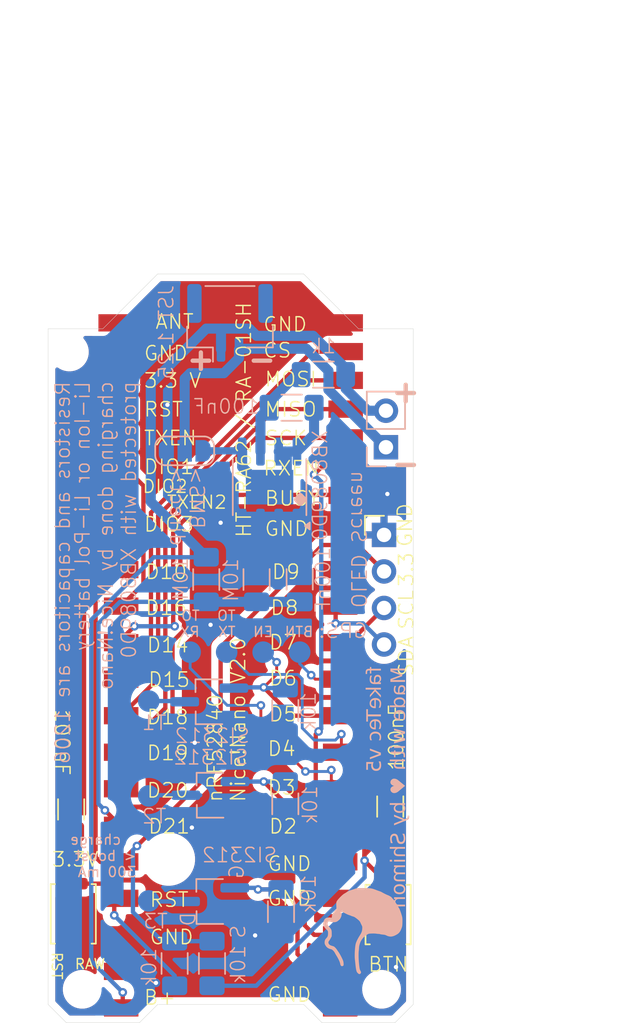
<source format=kicad_pcb>
(kicad_pcb (version 20241229) (generator "pcbnew") (generator_version "9.0")
  (layers (0 "F.Cu" signal) (2 "B.Cu" signal) (13 "F.Paste" user) (15 "B.Paste" user) (5 "F.SilkS" user "F.Silkscreen") (7 "B.SilkS" user "B.Silkscreen") (1 "F.Mask" user) (3 "B.Mask" user) (25 "Edge.Cuts" user))
  (net 0 "")
  (net 1 "/Batt%")
  (net 2 "GND")
  (net 3 "-BATT")
  (net 4 "Net-(U1-VDD)")
  (net 5 "/DIO1")
  (net 6 "/MOSI")
  (net 7 "+BATT")
  (net 8 "/MISO")
  (net 9 "/RST")
  (net 11 "/SCK")
  (net 12 "/CS")
  (net 13 "/BUSY")
  (net 14 "+3.3V")
  (net 15 "/RST_BTN")
  (net 16 "/SCL")
  (net 17 "Net-(J14-Pin_4)")
  (net 18 "/T1G")
  (net 20 "/BTN")
  (net 21 "/T2G")
  (net 22 "/RXEN")
  (net 24 "Net-(J14-Pin_3)")
  (net 25 "/T3G")
  (net 26 "/SDA")
  (net 28 "Net-(J3-Pin_5)")
  (net 31 "Net-(JP1-A)")
  (net 32 "Net-(J6-Pin_1)")
  (net 33 "Net-(J7-Pin_1)")
  (net 34 "Net-(J8-Pin_1)")
  (footprint "MountingHole:MountingHole_3.2mm_M3" (layer "F.Cu") (at 99.377 127.9)
    (property "Reference" "REF**" (hide yes))
    (property "Value" "MountingHole_3.2mm_M3")
    (pad "" np_thru_hole circle (at 0 0) (size 3.2 3.2) (drill 3.2) (layers "*.Cu" "*.Mask"))
  )
  (footprint "SMD_PAD:SMD_Pad_Row_P2.54_13x1" (layer "F.Cu") (at 96.07998 107.76001)
    (property "Reference" "J1" (hide yes))
    (property "Value" "Nice!nano - left pins")
    (pad "1" smd rect (at 0 0) (size 2.4 1.2) (layers "F.Cu" "F.Mask" "F.Paste") (net 9 "/RST"))
    (pad "2" smd rect (at 0 2.54) (size 2.4 1.2) (layers "F.Cu" "F.Mask" "F.Paste") (net 5 "/DIO1"))
    (pad "3" smd roundrect (at 0 5.08) (size 2.4 1.2) (layers "F.Cu" "F.Mask" "F.Paste") (roundrect_rratio 0) (net 11 "/SCK"))
    (pad "4" smd roundrect (at 0 7.62) (size 2.4 1.2) (layers "F.Cu" "F.Mask" "F.Paste") (roundrect_rratio 0) (net 12 "/CS"))
    (pad "5" smd roundrect (at 0 10.16) (size 2.4 1.2) (layers "F.Cu" "F.Mask" "F.Paste") (roundrect_rratio 0) (net 6 "/MOSI"))
    (pad "6" smd roundrect (at 0 12.7) (size 2.4 1.2) (layers "F.Cu" "F.Mask" "F.Paste") (roundrect_rratio 0) (net 8 "/MISO"))
    (pad "7" smd roundrect (at 0 15.24) (size 2.4 1.2) (layers "F.Cu" "F.Mask" "F.Paste") (roundrect_rratio 0) (net 13 "/BUSY"))
    (pad "8" smd roundrect (at 0 17.78) (size 2.4 1.2) (layers "F.Cu" "F.Mask" "F.Paste") (roundrect_rratio 0) (net 1 "/Batt%"))
    (pad "9" smd roundrect (at 0 20.32) (size 2.4 1.2) (layers "F.Cu" "F.Mask" "F.Paste") (roundrect_rratio 0) (net 14 "+3.3V"))
    (pad "10" smd roundrect (at 0 22.86) (size 2.4 1.2) (layers "F.Cu" "F.Mask" "F.Paste") (roundrect_rratio 0) (net 15 "/RST_BTN"))
    (pad "11" smd roundrect (at 0 25.4) (size 2.4 1.2) (layers "F.Cu" "F.Mask" "F.Paste") (roundrect_rratio 0) (net 2 "GND"))
    (pad "12" smd roundrect (at 0 27.94) (size 2.4 1.2) (layers "F.Cu" "F.Mask" "F.Paste") (roundrect_rratio 0))
    (pad "13" smd roundrect (at 0 30.48) (size 2.4 1.2) (layers "F.Cu" "F.Mask" "F.Paste") (roundrect_rratio 0) (net 7 "+BATT"))
  )
  (footprint "" (layer "F.Cu") (at 93.36899 136.94702)
    (property "Reference" "" (at 0 0 0) (layer "F.SilkS") (effects (font (size 1.27 1.27))))
    (property "Value" "")
    (pad "" np_thru_hole circle (at 0 0) (size 2.2 2.2) (drill 2.2) (layers "*.Cu" "*.Mask"))
  )
  (footprint "Connector_PinHeader_2.54mm:PinHeader_1x04_P2.54mm_Vertical" (layer "F.Cu") (at 114.36798 105.34701)
    (property "Reference" "J5" (hide yes))
    (property "Value" "I2C Oled screen")
    (pad "1" thru_hole rect (at 0 0) (size 1.7 1.7) (drill 1) (layers "*.Cu" "*.Mask") (net 2 "GND"))
    (pad "2" thru_hole oval (at 0 2.54) (size 1.7 1.7) (drill 1) (layers "*.Cu" "*.Mask") (net 14 "+3.3V"))
    (pad "3" thru_hole oval (at 0 5.08) (size 1.7 1.7) (drill 1) (layers "*.Cu" "*.Mask") (net 16 "/SCL"))
    (pad "4" thru_hole oval (at 0 7.62) (size 1.7 1.7) (drill 1) (layers "*.Cu" "*.Mask") (net 26 "/SDA"))
  )
  (footprint "SMD_PAD:SMD_Pad_Row_P2.54_13x1" (layer "F.Cu") (at 111.31667 107.76001)
    (property "Reference" "J2" (hide yes))
    (property "Value" "Nice!nano - right pins")
    (pad "1" smd rect (at 0 0) (size 2.4 1.2) (layers "F.Cu" "F.Mask" "F.Paste"))
    (pad "2" smd rect (at 0 2.54) (size 2.4 1.2) (layers "F.Cu" "F.Mask" "F.Paste") (net 26 "/SDA"))
    (pad "3" smd roundrect (at 0 5.08) (size 2.4 1.2) (layers "F.Cu" "F.Mask" "F.Paste") (roundrect_rratio 0) (net 16 "/SCL"))
    (pad "4" smd roundrect (at 0 7.62) (size 2.4 1.2) (layers "F.Cu" "F.Mask" "F.Paste") (roundrect_rratio 0) (net 20 "/BTN"))
    (pad "5" smd roundrect (at 0 10.16) (size 2.4 1.2) (layers "F.Cu" "F.Mask" "F.Paste") (roundrect_rratio 0) (net 18 "/T1G"))
    (pad "6" smd roundrect (at 0 12.7) (size 2.4 1.2) (layers "F.Cu" "F.Mask" "F.Paste") (roundrect_rratio 0) (net 24 "Net-(J14-Pin_3)"))
    (pad "7" smd roundrect (at 0 15.24) (size 2.4 1.2) (layers "F.Cu" "F.Mask" "F.Paste") (roundrect_rratio 0) (net 17 "Net-(J14-Pin_4)"))
    (pad "8" smd roundrect (at 0 17.78) (size 2.4 1.2) (layers "F.Cu" "F.Mask" "F.Paste") (roundrect_rratio 0) (net 22 "/RXEN"))
    (pad "9" smd roundrect (at 0 20.32) (size 2.4 1.2) (layers "F.Cu" "F.Mask" "F.Paste") (roundrect_rratio 0))
    (pad "10" smd roundrect (at 0 22.86) (size 2.4 1.2) (layers "F.Cu" "F.Mask" "F.Paste") (roundrect_rratio 0))
    (pad "11" smd roundrect (at 0 25.4) (size 2.4 1.2) (layers "F.Cu" "F.Mask" "F.Paste") (roundrect_rratio 0) (net 21 "/T2G"))
    (pad "12" smd roundrect (at 0 27.94) (size 2.4 1.2) (layers "F.Cu" "F.Mask" "F.Paste") (roundrect_rratio 0) (net 25 "/T3G"))
    (pad "13" smd roundrect (at 0 30.48) (size 2.4 1.2) (layers "F.Cu" "F.Mask" "F.Paste") (roundrect_rratio 0) (net 2 "GND"))
  )
  (footprint "SMD_PAD:SMD_Pad_Row_P2.00_8x1_longer" (layer "F.Cu") (at 95.7 90.6)
    (property "Reference" "J3" (hide yes))
    (property "Value" "Lora - left pins")
    (pad "1" smd rect (at 0.5 0) (size 3.4 1.2) (layers "F.Cu" "F.Mask" "F.Paste"))
    (pad "2" smd rect (at 0 2) (size 2.4 1.2) (layers "F.Cu" "F.Mask" "F.Paste") (net 2 "GND"))
    (pad "3" smd rect (at 0 4) (size 2.4 1.2) (layers "F.Cu" "F.Mask" "F.Paste") (net 14 "+3.3V"))
    (pad "4" smd rect (at 0 6) (size 2.4 1.2) (layers "F.Cu" "F.Mask" "F.Paste") (net 9 "/RST"))
    (pad "5" smd rect (at 0 8) (size 2.4 1.2) (layers "F.Cu" "F.Mask" "F.Paste") (net 28 "Net-(J3-Pin_5)"))
    (pad "6" smd rect (at 0 10) (size 2.4 1.2) (layers "F.Cu" "F.Mask" "F.Paste") (net 5 "/DIO1"))
    (pad "7" smd rect (at 0 12) (size 2.4 1.2) (layers "F.Cu" "F.Mask" "F.Paste") (net 28 "Net-(J3-Pin_5)"))
    (pad "8" smd rect (at 0 14) (size 2.4 1.2) (layers "F.Cu" "F.Mask" "F.Paste"))
  )
  (footprint "Button_Switch_SMD:SW_Push_SPST_NO_Alps_SKRK" (layer "F.Cu") (at 92.75 131.7 90)
    (property "Reference" "SW1" (hide yes))
    (property "Value" "Reset")
    (pad "1" smd roundrect (at -2.1 0 90) (size 0.8 2) (layers "F.Cu" "F.Mask" "F.Paste") (net 2 "GND"))
    (pad "2" smd roundrect (at 2.1 0 90) (size 0.8 2) (layers "F.Cu" "F.Mask" "F.Paste") (net 15 "/RST_BTN"))
  )
  (footprint "" (layer "F.Cu") (at 92.47999 92.62393)
    (property "Reference" "" (at 0 0 0) (layer "F.SilkS") (effects (font (size 1.27 1.27))))
    (property "Value" "")
    (pad "" np_thru_hole circle (at 0 0) (size 2.2 2.2) (drill 2.2) (layers "*.Cu" "*.Mask"))
  )
  (footprint "Button_Switch_SMD:SW_Push_SPST_NO_Alps_SKRK" (layer "F.Cu") (at 114.65 131.75 90)
    (property "Reference" "SW2" (hide yes))
    (property "Value" "SW_Push")
    (pad "1" smd roundrect (at -2.1 0 90) (size 0.8 2) (layers "F.Cu" "F.Mask" "F.Paste") (net 2 "GND"))
    (pad "2" smd roundrect (at 2.1 0 90) (size 0.8 2) (layers "F.Cu" "F.Mask" "F.Paste") (net 20 "/BTN"))
  )
  (footprint "Capacitor_SMD:C_1206_3216Metric_Pad1.33x1.80mm_HandSolder" (layer "F.Cu") (at 114.8 124.2375 -90)
    (property "Reference" "C4" (hide yes))
    (property "Value" "100nF")
    (pad "1" smd roundrect (at -1.5625 0 270) (size 1.325 1.8) (layers "F.Cu" "F.Mask" "F.Paste") (roundrect_rratio 0.188679) (net 2 "GND"))
    (pad "2" smd roundrect (at 1.5625 0 270) (size 1.325 1.8) (layers "F.Cu" "F.Mask" "F.Paste") (roundrect_rratio 0.188679) (net 20 "/BTN"))
  )
  (footprint "MountingHole:MountingHole_2.2mm_M2" (layer "F.Cu") (at 114.70503 92.62393)
    (property "Reference" "REF**" (hide yes))
    (property "Value" "MountingHole_2.2mm_M2")
    (pad "" np_thru_hole circle (at 0 0) (size 2.2 2.2) (drill 2.2) (layers "*.Cu" "*.Mask"))
  )
  (footprint "SMD_PAD:SMD_Pad_Row_P2.00_8x1" (layer "F.Cu") (at 111.7 90.6)
    (property "Reference" "J4" (hide yes))
    (property "Value" "Lora - right pins")
    (pad "1" smd rect (at 0 0) (size 2.4 1.2) (layers "F.Cu" "F.Mask" "F.Paste") (net 2 "GND"))
    (pad "2" smd rect (at 0 2) (size 2.4 1.2) (layers "F.Cu" "F.Mask" "F.Paste") (net 12 "/CS"))
    (pad "3" smd rect (at 0 4) (size 2.4 1.2) (layers "F.Cu" "F.Mask" "F.Paste") (net 6 "/MOSI"))
    (pad "4" smd rect (at 0 6) (size 2.4 1.2) (layers "F.Cu" "F.Mask" "F.Paste") (net 8 "/MISO"))
    (pad "5" smd rect (at 0 8) (size 2.4 1.2) (layers "F.Cu" "F.Mask" "F.Paste") (net 11 "/SCK"))
    (pad "6" smd rect (at 0 10) (size 2.4 1.2) (layers "F.Cu" "F.Mask" "F.Paste") (net 22 "/RXEN"))
    (pad "7" smd rect (at 0 12) (size 2.4 1.2) (layers "F.Cu" "F.Mask" "F.Paste") (net 13 "/BUSY"))
    (pad "8" smd rect (at 0 14) (size 2.4 1.2) (layers "F.Cu" "F.Mask" "F.Paste") (net 2 "GND"))
  )
  (footprint "Capacitor_SMD:C_1206_3216Metric_Pad1.33x1.80mm_HandSolder" (layer "F.Cu") (at 92.6 124.4375 90)
    (property "Reference" "C3" (hide yes))
    (property "Value" "100nF")
    (pad "1" smd roundrect (at -1.5625 0 90) (size 1.325 1.8) (layers "F.Cu" "F.Mask" "F.Paste") (roundrect_rratio 0.188679) (net 15 "/RST_BTN"))
    (pad "2" smd roundrect (at 1.5625 0 90) (size 1.325 1.8) (layers "F.Cu" "F.Mask" "F.Paste") (roundrect_rratio 0.188679) (net 2 "GND"))
  )
  (footprint "" (layer "F.Cu") (at 114.19703 136.94702)
    (property "Reference" "" (at 0 0 0) (layer "F.SilkS") (effects (font (size 1.27 1.27))))
    (property "Value" "")
    (pad "" np_thru_hole circle (at 0 0) (size 2.2 2.2) (drill 2.2) (layers "*.Cu" "*.Mask"))
  )
  (footprint "Resistor_SMD:R_1206_3216Metric_Pad1.30x1.75mm_HandSolder" (layer "B.Cu") (at 107.2 131.55 90)
    (property "Reference" "R3" (hide yes))
    (property "Value" "10k")
    (pad "1" smd roundrect (at -1.55 0 90) (size 1.3 1.75) (layers "B.Cu" "B.Mask" "B.Paste") (roundrect_rratio 0.192308) (net 2 "GND"))
    (pad "2" smd roundrect (at 1.55 0 90) (size 1.3 1.75) (layers "B.Cu" "B.Mask" "B.Paste") (roundrect_rratio 0.192308) (net 25 "/T3G"))
  )
  (footprint "Package_SO:SOIC-8-1EP_3.9x4.9mm_P1.27mm_EP2.41x3.3mm" (layer "B.Cu") (at 106.405 102.025 90)
    (property "Reference" "U1" (hide yes))
    (property "Value" "XB8089D0")
    (pad "1" smd roundrect (at -2.475 1.905 90) (size 1.95 0.6) (layers "B.Cu" "B.Mask" "B.Paste") (net 2 "GND"))
    (pad "2" smd roundrect (at -2.475 0.635 90) (size 1.95 0.6) (layers "B.Cu" "B.Mask" "B.Paste") (net 2 "GND"))
    (pad "3" smd roundrect (at -2.475 -0.635 90) (size 1.95 0.6) (layers "B.Cu" "B.Mask" "B.Paste") (net 2 "GND"))
    (pad "4" smd roundrect (at -2.475 -1.905 90) (size 1.95 0.6) (layers "B.Cu" "B.Mask" "B.Paste") (net 2 "GND"))
    (pad "5" smd roundrect (at 2.475 -1.905 90) (size 1.95 0.6) (layers "B.Cu" "B.Mask" "B.Paste") (net 31 "Net-(JP1-A)"))
    (pad "6" smd roundrect (at 2.475 -0.635 90) (size 1.95 0.6) (layers "B.Cu" "B.Mask" "B.Paste") (net 4 "Net-(U1-VDD)"))
    (pad "7" smd roundrect (at 2.475 0.635 90) (size 1.95 0.6) (layers "B.Cu" "B.Mask" "B.Paste") (net 31 "Net-(JP1-A)"))
    (pad "8" smd roundrect (at 2.475 1.905 90) (size 1.95 0.6) (layers "B.Cu" "B.Mask" "B.Paste") (net 31 "Net-(JP1-A)"))
    (pad "9" smd rect (at 0 0 90) (size 2.41 3.3) (property pad_prop_heatsink) (layers "B.Cu" "B.Mask") (net 31 "Net-(JP1-A)"))
  )
  (footprint "Capacitor_SMD:C_1206_3216Metric_Pad1.33x1.80mm_HandSolder" (layer "B.Cu") (at 107.9375 96.5 180)
    (property "Reference" "C2" (hide yes))
    (property "Value" "100nF")
    (pad "1" smd roundrect (at -1.5625 0 180) (size 1.325 1.8) (layers "B.Cu" "B.Mask" "B.Paste") (roundrect_rratio 0.188679) (net 31 "Net-(JP1-A)"))
    (pad "2" smd roundrect (at 1.5625 0 180) (size 1.325 1.8) (layers "B.Cu" "B.Mask" "B.Paste") (roundrect_rratio 0.188679) (net 4 "Net-(U1-VDD)"))
  )
  (footprint "Resistor_SMD:R_1206_3216Metric_Pad1.30x1.75mm_HandSolder" (layer "B.Cu") (at 102.4 135.15 90)
    (property "Reference" "R7" (hide yes))
    (property "Value" "10k")
    (pad "1" smd roundrect (at -1.55 0 90) (size 1.3 1.75) (layers "B.Cu" "B.Mask" "B.Paste") (roundrect_rratio 0.192308) (net 20 "/BTN"))
    (pad "2" smd roundrect (at 1.55 0 90) (size 1.3 1.75) (layers "B.Cu" "B.Mask" "B.Paste") (roundrect_rratio 0.192308) (net 14 "+3.3V"))
  )
  (footprint "Capacitor_SMD:C_1206_3216Metric_Pad1.33x1.80mm_HandSolder" (layer "B.Cu") (at 108.5 108.4375 90)
    (property "Reference" "C1" (hide yes))
    (property "Value" "100nF")
    (pad "1" smd roundrect (at -1.5625 0 90) (size 1.325 1.8) (layers "B.Cu" "B.Mask" "B.Paste") (roundrect_rratio 0.188679) (net 1 "/Batt%"))
    (pad "2" smd roundrect (at 1.5625 0 90) (size 1.325 1.8) (layers "B.Cu" "B.Mask" "B.Paste") (roundrect_rratio 0.188679) (net 2 "GND"))
  )
  (footprint "Resistor_SMD:R_1206_3216Metric_Pad1.30x1.75mm_HandSolder" (layer "B.Cu") (at 107.5 124.05 90)
    (property "Reference" "R2" (hide yes))
    (property "Value" "10k")
    (pad "1" smd roundrect (at -1.55 0 90) (size 1.3 1.75) (layers "B.Cu" "B.Mask" "B.Paste") (roundrect_rratio 0.192308) (net 2 "GND"))
    (pad "2" smd roundrect (at 1.55 0 90) (size 1.3 1.75) (layers "B.Cu" "B.Mask" "B.Paste") (roundrect_rratio 0.192308) (net 21 "/T2G"))
  )
  (footprint "Connector_JST:JST_GH_SM02B-GHS-TB_1x02-1MP_P1.25mm_Horizontal" (layer "B.Cu") (at 103.651328 90.6)
    (property "Reference" "J9" (hide yes))
    (property "Value" "Battery Connector JST 1.25")
    (pad "1" smd roundrect (at -0.625 1.85) (size 0.6 1.7) (layers "B.Cu" "B.Mask" "B.Paste") (net 7 "+BATT"))
    (pad "2" smd roundrect (at 0.625 1.85) (size 0.6 1.7) (layers "B.Cu" "B.Mask" "B.Paste") (net 3 "-BATT"))
    (pad "MP" smd roundrect (at -2.475 -1.35) (size 1 2.7) (layers "B.Cu" "B.Mask" "B.Paste"))
    (pad "MP" smd roundrect (at 2.475 -1.35) (size 1 2.7) (layers "B.Cu" "B.Mask" "B.Paste"))
  )
  (footprint "Resistor_SMD:R_1206_3216Metric_Pad1.30x1.75mm_HandSolder" (layer "B.Cu") (at 107.5 117.55 90)
    (property "Reference" "R1" (hide yes))
    (property "Value" "10k")
    (pad "1" smd roundrect (at -1.55 0 90) (size 1.3 1.75) (layers "B.Cu" "B.Mask" "B.Paste") (roundrect_rratio 0.192308) (net 2 "GND"))
    (pad "2" smd roundrect (at 1.55 0 90) (size 1.3 1.75) (layers "B.Cu" "B.Mask" "B.Paste") (roundrect_rratio 0.192308) (net 18 "/T1G"))
  )
  (footprint "SMD_PAD:SMD_PAD_1x1" (layer "B.Cu") (at 98 123.5 180)
    (property "Reference" "J7" (hide yes))
    (property "Value" "T2 Drain - SMD")
    (pad "1" smd circle (at 0 0 180) (size 1.5 1.5) (layers "B.Cu" "B.Mask" "B.Paste") (net 33 "Net-(J7-Pin_1)"))
  )
  (footprint "Connector_PinHeader_2.54mm:PinHeader_1x02_P2.54mm_Vertical" (layer "B.Cu") (at 114.5 99.25)
    (property "Reference" "J10" (hide yes))
    (property "Value" "Battery Holes")
    (pad "1" thru_hole rect (at 0 0) (size 1.7 1.7) (drill 1) (layers "*.Cu" "*.Mask") (net 3 "-BATT"))
    (pad "2" thru_hole oval (at 0 -2.54) (size 1.7 1.7) (drill 1) (layers "*.Cu" "*.Mask") (net 7 "+BATT"))
  )
  (footprint "Resistor_SMD:R_1206_3216Metric_Pad1.30x1.75mm_HandSolder" (layer "B.Cu") (at 102 108.45 90)
    (property "Reference" "R4" (hide yes))
    (property "Value" "10M")
    (pad "1" smd roundrect (at -1.55 0 90) (size 1.3 1.75) (layers "B.Cu" "B.Mask" "B.Paste") (roundrect_rratio 0.192308) (net 1 "/Batt%"))
    (pad "2" smd roundrect (at 1.55 0 90) (size 1.3 1.75) (layers "B.Cu" "B.Mask" "B.Paste") (roundrect_rratio 0.192308) (net 7 "+BATT"))
  )
  (footprint "Resistor_SMD:R_1206_3216Metric_Pad1.30x1.75mm_HandSolder" (layer "B.Cu") (at 99.8 135.15 -90)
    (property "Reference" "R8" (hide yes))
    (property "Value" "10k")
    (pad "1" smd roundrect (at -1.55 0 270) (size 1.3 1.75) (layers "B.Cu" "B.Mask" "B.Paste") (roundrect_rratio 0.192308) (net 14 "+3.3V"))
    (pad "2" smd roundrect (at 1.55 0 270) (size 1.3 1.75) (layers "B.Cu" "B.Mask" "B.Paste") (roundrect_rratio 0.192308) (net 15 "/RST_BTN"))
  )
  (footprint "SMD_PAD:SMD_PAD_4x1" (layer "B.Cu") (at 108.5 113.5 90)
    (property "Reference" "J14" (hide yes))
    (property "Value" "GPS Pins")
    (pad "1" smd circle (at 0 0 90) (size 1.5 1.5) (layers "B.Cu" "B.Mask" "B.Paste") (net 20 "/BTN"))
    (pad "2" smd circle (at 0 -2.54 90) (size 1.5 1.5) (layers "B.Cu" "B.Mask" "B.Paste") (net 18 "/T1G"))
    (pad "3" smd circle (at 0 -5.08 90) (size 1.5 1.5) (layers "B.Cu" "B.Mask" "B.Paste") (net 24 "Net-(J14-Pin_3)"))
    (pad "4" smd circle (at 0 -7.62 90) (size 1.5 1.5) (layers "B.Cu" "B.Mask" "B.Paste") (net 17 "Net-(J14-Pin_4)"))
  )
  (footprint "SMD_PAD:TSOT-23_HandSoldering_Updated" (layer "B.Cu") (at 102.29 123.25)
    (property "Reference" "T2" (hide yes))
    (property "Value" "SI2312")
    (pad "1" smd roundrect (at -1.71 0.2 180) (size 2 0.65) (layers "B.Cu" "B.Mask" "B.Paste") (net 33 "Net-(J7-Pin_1)"))
    (pad "2" smd roundrect (at 1.71 -0.75 180) (size 2 0.65) (layers "B.Cu" "B.Mask" "B.Paste") (net 21 "/T2G"))
    (pad "3" smd roundrect (at 1.71 1.15 180) (size 2 0.65) (layers "B.Cu" "B.Mask" "B.Paste") (net 2 "GND"))
  )
  (footprint "Jumper:SolderJumper-3_P1.3mm_Open_RoundedPad1.0x1.5mm" (layer "B.Cu") (at 100.5 99.5 180)
    (property "Reference" "JP1" (hide yes))
    (property "Value" "Jumper_3_Open")
    (pad "1" smd custom (at -1.3 0 180) (size 1 0.5) (layers "B.Cu" "B.Mask") (net 31 "Net-(JP1-A)") (options (clearance outline) (anchor rect)) (primitives (gr_circle (center 0 -0.25) (end 0.5 -0.25) (width 0) (fill yes)) (gr_circle (center 0 0.25) (end 0.5 0.25) (width 0) (fill yes)) (gr_poly (pts (xy 0.55 -0.75) (xy 0 -0.75) (xy 0 0.75) (xy 0.55 0.75)) (width 0) (fill yes))))
    (pad "2" smd rect (at 0 0 180) (size 1 1.5) (layers "B.Cu" "B.Mask") (net 3 "-BATT"))
    (pad "3" smd custom (at 1.3 0 180) (size 1 0.5) (layers "B.Cu" "B.Mask") (net 2 "GND") (options (clearance outline) (anchor rect)) (primitives (gr_circle (center 0 -0.25) (end 0.5 -0.25) (width 0) (fill yes)) (gr_circle (center 0 0.25) (end 0.5 0.25) (width 0) (fill yes)) (gr_poly (pts (xy 0 -0.75) (xy -0.55 -0.75) (xy -0.55 0.75) (xy 0 0.75)) (width 0) (fill yes))))
  )
  (footprint "Resistor_SMD:R_1206_3216Metric_Pad1.30x1.75mm_HandSolder" (layer "B.Cu") (at 105.5 108.45 90)
    (property "Reference" "R5" (hide yes))
    (property "Value" "10M")
    (pad "1" smd roundrect (at -1.55 0 90) (size 1.3 1.75) (layers "B.Cu" "B.Mask" "B.Paste") (roundrect_rratio 0.192308) (net 1 "/Batt%"))
    (pad "2" smd roundrect (at 1.55 0 90) (size 1.3 1.75) (layers "B.Cu" "B.Mask" "B.Paste") (roundrect_rratio 0.192308) (net 2 "GND"))
  )
  (footprint "SMD_PAD:SMD_PAD_1x1" (layer "B.Cu") (at 98 130.8 180)
    (property "Reference" "J8" (hide yes))
    (property "Value" "T3 Drain - SMD")
    (pad "1" smd circle (at 0 0 180) (size 1.5 1.5) (layers "B.Cu" "B.Mask" "B.Paste") (net 34 "Net-(J8-Pin_1)"))
  )
  (footprint "SMD_PAD:TSOT-23_HandSoldering_Updated" (layer "B.Cu") (at 102.21 116.75)
    (property "Reference" "T1" (hide yes))
    (property "Value" "SI2312")
    (pad "1" smd roundrect (at -1.71 0.2 180) (size 2 0.65) (layers "B.Cu" "B.Mask" "B.Paste") (net 32 "Net-(J6-Pin_1)"))
    (pad "2" smd roundrect (at 1.71 -0.75 180) (size 2 0.65) (layers "B.Cu" "B.Mask" "B.Paste") (net 18 "/T1G"))
    (pad "3" smd roundrect (at 1.71 1.15 180) (size 2 0.65) (layers "B.Cu" "B.Mask" "B.Paste") (net 2 "GND"))
  )
  (footprint "SMD_PAD:SMD_PAD_1x1" (layer "B.Cu") (at 98 116.9 180)
    (property "Reference" "J6" (hide yes))
    (property "Value" "T1 Drain - SMD")
    (pad "1" smd circle (at 0 0 180) (size 1.5 1.5) (layers "B.Cu" "B.Mask" "B.Paste") (net 32 "Net-(J6-Pin_1)"))
  )
  (footprint "SMD_PAD:Shimon_kicad" (layer "B.Cu") (at 112.9 132.9 180)
    (property "Reference" "G***" (hide yes))
    (property "Value" "LOGO" (hide yes))
  )
  (footprint "SMD_PAD:TSOT-23_HandSoldering_Updated" (layer "B.Cu") (at 102.27 130.64)
    (property "Reference" "T3" (hide yes))
    (property "Value" "SI2312")
    (pad "1" smd roundrect (at -1.71 0.2 180) (size 2 0.65) (layers "B.Cu" "B.Mask" "B.Paste") (net 34 "Net-(J8-Pin_1)"))
    (pad "2" smd roundrect (at 1.71 -0.75 180) (size 2 0.65) (layers "B.Cu" "B.Mask" "B.Paste") (net 25 "/T3G"))
    (pad "3" smd roundrect (at 1.71 1.15 180) (size 2 0.65) (layers "B.Cu" "B.Mask" "B.Paste") (net 2 "GND"))
  )
  (footprint "Resistor_SMD:R_1206_3216Metric_Pad1.30x1.75mm_HandSolder" (layer "B.Cu") (at 110.15 94.2)
    (property "Reference" "R6" (hide yes))
    (property "Value" "1k")
    (pad "1" smd roundrect (at -1.55 0) (size 1.3 1.75) (layers "B.Cu" "B.Mask" "B.Paste") (roundrect_rratio 0.192308) (net 4 "Net-(U1-VDD)"))
    (pad "2" smd roundrect (at 1.55 0) (size 1.3 1.75) (layers "B.Cu" "B.Mask" "B.Paste") (roundrect_rratio 0.192308) (net 7 "+BATT"))
  )
  (gr_line (start 112.59 91.01) (end 116.4 91.01) (stroke (width 0.0254)) (layer "Edge.Cuts"))
  (gr_line (start 116.4 91.01) (end 116.4 138) (stroke (width 0.0254)) (layer "Edge.Cuts"))
  (gr_line (start 110.05 139.27) (end 108.78 138) (stroke (width 0.0254)) (layer "Edge.Cuts"))
  (gr_line (start 115.13 139.27) (end 110.05 139.27) (stroke (width 0.0254)) (layer "Edge.Cuts"))
  (gr_line (start 116.4 138) (end 115.13 139.27) (stroke (width 0.0254)) (layer "Edge.Cuts"))
  (gr_line (start 92.27 139.27) (end 91 138) (stroke (width 0.0254)) (layer "Edge.Cuts"))
  (gr_line (start 98.62 87.2) (end 108.78 87.2) (stroke (width 0.0254)) (layer "Edge.Cuts"))
  (gr_line (start 108.78 138) (end 98.62 138) (stroke (width 0.0254)) (layer "Edge.Cuts"))
  (gr_line (start 97.35 139.27) (end 92.27 139.27) (stroke (width 0.0254)) (layer "Edge.Cuts"))
  (gr_line (start 91 91.01) (end 94.81 91.01) (stroke (width 0.0254)) (layer "Edge.Cuts"))
  (gr_line (start 91 138) (end 91 91.01) (stroke (width 0.0254)) (layer "Edge.Cuts"))
  (gr_line (start 94.81 91.01) (end 98.62 87.2) (stroke (width 0.0254)) (layer "Edge.Cuts"))
  (gr_line (start 98.62 138) (end 97.35 139.27) (stroke (width 0.0254)) (layer "Edge.Cuts"))
  (gr_line (start 108.78 87.2) (end 112.59 91.01) (stroke (width 0.0254)) (layer "Edge.Cuts"))
  (gr_text "B+" (at 97.6 138.1 0) (layer "F.SilkS") (effects (font (size 1 1) (thickness 0.1)) (justify left bottom)))
  (gr_text "DIO3" (at 97.6 105.2 0) (layer "F.SilkS") (effects (font (size 1 1) (thickness 0.1)) (justify left bottom)))
  (gr_text "D20" (at 97.8 123.7 0) (layer "F.SilkS") (effects (font (size 1 1) (thickness 0.1)) (justify left bottom)))
  (gr_text "SCL" (at 116.5 112 90) (layer "F.SilkS") (effects (font (size 1 1) (thickness 0.1)) (justify left bottom)))
  (gr_text "D5" (at 106.3 118.4 0) (layer "F.SilkS") (effects (font (size 1 1) (thickness 0.1)) (justify left bottom)))
  (gr_text "100nF" (at 115.8 121.8 90) (layer "F.SilkS") (effects (font (size 1 1) (thickness 0.1)) (justify left bottom)))
  (gr_text "D21" (at 97.9 126.2 0) (layer "F.SilkS") (effects (font (size 1 1) (thickness 0.1)) (justify left bottom)))
  (gr_text "D10" (at 97.7 108.5 0) (layer "F.SilkS") (effects (font (size 1 1) (thickness 0.1)) (justify left bottom)))
  (gr_text "RAW" (at 92.8 135.6 0) (layer "F.SilkS") (effects (font (size 0.7 0.7) (thickness 0.1)) (justify left bottom)))
  (gr_text "D18" (at 97.8 118.6 0) (layer "F.SilkS") (effects (font (size 1 1) (thickness 0.1)) (justify left bottom)))
  (gr_text "100nF" (at 91.4 117.4 -90) (layer "F.SilkS") (effects (font (size 1 1) (thickness 0.1)) (justify left bottom)))
  (gr_text "GND" (at 106.2 131.2 0) (layer "F.SilkS") (effects (font (size 1 1) (thickness 0.1)) (justify left bottom)))
  (gr_text "TXEN2" (at 99.2 103.6 0) (layer "F.SilkS") (effects (font (size 0.9 0.9) (thickness 0.1)) (justify left bottom)))
  (gr_text "GND" (at 98 133.9 0) (layer "F.SilkS") (effects (font (size 1 1) (thickness 0.1)) (justify left bottom)))
  (gr_text "nRF52840\nNice!Nano V2.0" (at 104.8 124 90) (layer "F.SilkS") (effects (font (size 1 1) (thickness 0.1)) (justify left bottom)))
  (gr_text "3.3V" (at 91.2 128.5 0) (layer "F.SilkS") (effects (font (size 1 1) (thickness 0.1)) (justify left bottom)))
  (gr_text "D2" (at 106.3 126.2 0) (layer "F.SilkS") (effects (font (size 1 1) (thickness 0.1)) (justify left bottom)))
  (gr_text "D8" (at 106.4 111 0) (layer "F.SilkS") (effects (font (size 1 1) (thickness 0.1)) (justify left bottom)))
  (gr_text "DIO2" (at 97.5 102.5 0) (layer "F.SilkS") (effects (font (size 0.9 0.9) (thickness 0.1)) (justify left bottom)))
  (gr_text "D19" (at 97.8 121.1 0) (layer "F.SilkS") (effects (font (size 1 1) (thickness 0.1)) (justify left bottom)))
  (gr_text "D15" (at 97.9 116 0) (layer "F.SilkS") (effects (font (size 1 1) (thickness 0.1)) (justify left bottom)))
  (gr_text "-" (at 114.75 101.25 0) (layer "F.SilkS") (effects (font (size 1.5 1.5) (thickness 0.3) (bold yes)) (justify left bottom)))
  (gr_text "GND" (at 106.2 128.8 0) (layer "F.SilkS") (effects (font (size 1 1) (thickness 0.1)) (justify left bottom)))
  (gr_text "+" (at 114.75 96.25 0) (layer "F.SilkS") (effects (font (size 1.5 1.5) (thickness 0.3) (bold yes)) (justify left bottom)))
  (gr_text "BTN" (at 113.2 135.8 0) (layer "F.SilkS") (effects (font (size 1 1) (thickness 0.1)) (justify left bottom)))
  (gr_text "D4" (at 106.2 120.8 0) (layer "F.SilkS") (effects (font (size 1 1) (thickness 0.1)) (justify left bottom)))
  (gr_text "CS" (at 105.9 93.1 0) (layer "F.SilkS") (effects (font (size 1 1) (thickness 0.1)) (justify left bottom)))
  (gr_text "D6" (at 106.3 115.9 0) (layer "F.SilkS") (effects (font (size 1 1) (thickness 0.1)) (justify left bottom)))
  (gr_text "MOSI" (at 106 95.1 0) (layer "F.SilkS") (effects (font (size 1 1) (thickness 0.1)) (justify left bottom)))
  (gr_text "3.3 V" (at 97.6 95.2 0) (layer "F.SilkS") (effects (font (size 1 1) (thickness 0.1)) (justify left bottom)))
  (gr_text "HT-RA62 / RA-01SH" (at 105.2 105.6 90) (layer "F.SilkS") (effects (font (size 1 1) (thickness 0.1)) (justify left bottom)))
  (gr_text "RST" (at 91.2 134.3 270) (layer "F.SilkS") (effects (font (size 0.7 0.7) (thickness 0.1)) (justify left bottom)))
  (gr_text "GND" (at 105.9 91.3 0) (layer "F.SilkS") (effects (font (size 1 1) (thickness 0.1)) (justify left bottom)))
  (gr_text "D16" (at 97.7 111 0) (layer "F.SilkS") (effects (font (size 1 1) (thickness 0.1)) (justify left bottom)))
  (gr_text "GND" (at 106 105.5 0) (layer "F.SilkS") (effects (font (size 1 1) (thickness 0.1)) (justify left bottom)))
  (gr_text "D14" (at 97.8 113.6 0) (layer "F.SilkS") (effects (font (size 1 1) (thickness 0.1)) (justify left bottom)))
  (gr_text "MISO" (at 106 97.2 0) (layer "F.SilkS") (effects (font (size 1 1) (thickness 0.1)) (justify left bottom)))
  (gr_text "D3" (at 106.2 123.5 0) (layer "F.SilkS") (effects (font (size 1 1) (thickness 0.1)) (justify left bottom)))
  (gr_text "D7" (at 106.3 113.4 0) (layer "F.SilkS") (effects (font (size 1 1) (thickness 0.1)) (justify left bottom)))
  (gr_text "RST" (at 98 131.3 0) (layer "F.SilkS") (effects (font (size 1 1) (thickness 0.1)) (justify left bottom)))
  (gr_text "D9" (at 106.5 108.5 0) (layer "F.SilkS") (effects (font (size 1 1) (thickness 0.1)) (justify left bottom)))
  (gr_text "SCK" (at 106 99.2 0) (layer "F.SilkS") (effects (font (size 1 1) (thickness 0.1)) (justify left bottom)))
  (gr_text "GND" (at 106.2 137.9 0) (layer "F.SilkS") (effects (font (size 1 1) (thickness 0.1)) (justify left bottom)))
  (gr_text "GND\n" (at 116.405717 106.25 90) (layer "F.SilkS") (effects (font (size 1 1) (thickness 0.1)) (justify left bottom)))
  (gr_text "TXEN" (at 97.6 99.2 0) (layer "F.SilkS") (effects (font (size 1 1) (thickness 0.1)) (justify left bottom)))
  (gr_text "RXEN" (at 105.9 101.3 0) (layer "F.SilkS") (effects (font (size 1 1) (thickness 0.1)) (justify left bottom)))
  (gr_text "DIO1" (at 97.6 101.2 0) (layer "F.SilkS") (effects (font (size 1 1) (thickness 0.1)) (justify left bottom)))
  (gr_text "3.3" (at 116.5 109 90) (layer "F.SilkS") (effects (font (size 1 1) (thickness 0.1)) (justify left bottom)))
  (gr_text "ANT" (at 98.4 91.1 0) (layer "F.SilkS") (effects (font (size 1 1) (thickness 0.1)) (justify left bottom)))
  (gr_text "GND" (at 97.6 93.3 0) (layer "F.SilkS") (effects (font (size 1 1) (thickness 0.1)) (justify left bottom)))
  (gr_text "RST" (at 97.6 97.2 0) (layer "F.SilkS") (effects (font (size 1 1) (thickness 0.1)) (justify left bottom)))
  (gr_text "SDA" (at 116.5 115.25 90) (layer "F.SilkS") (effects (font (size 1 1) (thickness 0.1)) (justify left bottom)))
  (gr_text "BUSY" (at 106 103.4 0) (layer "F.SilkS") (effects (font (size 1 1) (thickness 0.1)) (justify left bottom)))
  (gr_text "Resistors and capacitors are 1206" (at 92.6 94.6 90) (layer "B.SilkS") (effects (font (size 1 1) (thickness 0.1)) (justify left bottom mirror)))
  (gr_text "100nF" (at 110.7 106.1 90) (layer "B.SilkS") (effects (font (size 1 1) (thickness 0.1)) (justify left bottom mirror)))
  (gr_text "OLED Screen" (at 112 110.5 -90) (layer "B.SilkS") (effects (font (size 1 1) (thickness 0.1)) (justify left bottom mirror)))
  (gr_text "10k" (at 104.8 133.8 90) (layer "B.SilkS") (effects (font (size 1 1) (thickness 0.1)) (justify left bottom mirror)))
  (gr_text "10M\n" (at 104.3 106.9 90) (layer "B.SilkS") (effects (font (size 1 1) (thickness 0.1)) (justify left bottom mirror)))
  (gr_text "JST 1,25" (at 99.8 87.9 90) (layer "B.SilkS") (effects (font (size 1 1) (thickness 0.1)) (justify left bottom mirror)))
  (gr_text "T3" (at 99.4 132.8 0) (layer "B.SilkS") (effects (font (size 1 1) (thickness 0.1)) (justify left bottom mirror)))
  (gr_text "S" (at 104.8 132.4 90) (layer "B.SilkS") (effects (font (size 1 1) (thickness 0.1)) (justify left bottom mirror)))
  (gr_text "GPS:" (at 113.3 112.6 0) (layer "B.SilkS") (effects (font (size 1 1) (thickness 0.1)) (justify left bottom mirror)))
  (gr_text "direct>" (at 99.4 106.2 -90) (layer "B.SilkS") (effects (font (size 1 1) (thickness 0.1)) (justify left bottom mirror)))
  (gr_text "Li-Ion or Li-Pol battery\ncharging done by Nice!Nano\nprotected with XB8089D0" (at 97.2 94.6 90) (layer "B.SilkS") (effects (font (size 1 1) (thickness 0.1)) (justify left bottom mirror)))
  (gr_text "." (at 110 103.75 0) (layer "B.SilkS") (effects (font (size 5 5) (thickness 0.4)) (justify left bottom mirror)))
  (gr_text "G" (at 104.7 128.2 90) (layer "B.SilkS") (effects (font (size 1 1) (thickness 0.1)) (justify left bottom mirror)))
  (gr_text "1k" (at 111.1 92.8 0) (layer "B.SilkS") (effects (font (size 1 1) (thickness 0.1)) (justify left bottom mirror)))
  (gr_text "SI2312" (at 107 128.2 0) (layer "B.SilkS") (effects (font (size 1 1) (thickness 0.1)) (justify left bottom mirror)))
  (gr_text "10M\n" (at 100.8 106.8 90) (layer "B.SilkS") (effects (font (size 1 1) (thickness 0.1)) (justify left bottom mirror)))
  (gr_text "  charge\n< boost\n300 mA" (at 97.2 129.2 -0) (layer "B.SilkS") (effects (font (size 0.7 0.7) (thickness 0.1)) (justify left bottom mirror)))
  (gr_text "SI2312" (at 105.1 119.9 0) (layer "B.SilkS") (effects (font (size 1 1) (thickness 0.1)) (justify left bottom mirror)))
  (gr_text "10k" (at 109.8 122.7 90) (layer "B.SilkS") (effects (font (size 1 1) (thickness 0.1)) (justify left bottom mirror)))
  (gr_text "-" (at 114.75 101.25 0) (layer "B.SilkS") (effects (font (size 1.5 1.5) (thickness 0.3) (bold yes)) (justify left bottom)))
  (gr_text "+" (at 114.75 96.25 0) (layer "B.SilkS") (effects (font (size 1.5 1.5) (thickness 0.3) (bold yes)) (justify left bottom)))
  (gr_text "T2" (at 99.3 125.5 0) (layer "B.SilkS") (effects (font (size 1 1) (thickness 0.1)) (justify left bottom mirror)))
  (gr_text "+" (at 100.5 94 0) (layer "B.SilkS") (effects (font (size 1.5 1.5) (thickness 0.3) (bold yes)) (justify left bottom)))
  (gr_text "fakeTec v5\nMade with ♥ by Shimon" (at 116 114.5 90) (layer "B.SilkS") (effects (font (size 1 1) (thickness 0.1)) (justify left bottom mirror)))
  (gr_text "10k" (at 109.7 116.2 90) (layer "B.SilkS") (effects (font (size 1 1) (thickness 0.1)) (justify left bottom mirror)))
  (gr_text "TO\nRX" (at 101.6 112.5 0) (layer "B.SilkS") (effects (font (size 0.7 0.7) (thickness 0.1)) (justify left bottom mirror)))
  (gr_text "100nF" (at 105.75 97 0) (layer "B.SilkS") (effects (font (size 1 1) (thickness 0.1)) (justify left bottom mirror)))
  (gr_text "TO\nTX" (at 104.1 112.5 0) (layer "B.SilkS") (effects (font (size 0.7 0.7) (thickness 0.1)) (justify left bottom mirror)))
  (gr_text "EN" (at 106.7 112.5 0) (layer "B.SilkS") (effects (font (size 0.7 0.7) (thickness 0.1)) (justify left bottom mirror)))
  (gr_text "10k" (at 109.7 128.9 90) (layer "B.SilkS") (effects (font (size 1 1) (thickness 0.1)) (justify left bottom mirror)))
  (gr_text "D" (at 101.325 131.51 90) (layer "B.SilkS") (effects (font (size 1 1) (thickness 0.1)) (justify left bottom mirror)))
  (gr_text "T1\n" (at 99.3 119 0) (layer "B.SilkS") (effects (font (size 1 1) (thickness 0.1)) (justify left bottom mirror)))
  (gr_text "SI2312" (at 105 121.4 0) (layer "B.SilkS") (effects (font (size 1 1) (thickness 0.1)) (justify left bottom mirror)))
  (gr_text "10k" (at 98.6 134 90) (layer "B.SilkS") (effects (font (size 1 1) (thickness 0.1)) (justify left bottom mirror)))
  (gr_text "BTN" (at 109.5 112.5 0) (layer "B.SilkS") (effects (font (size 0.7 0.7) (thickness 0.1)) (justify left bottom mirror)))
  (gr_text "-" (at 104.75 94 0) (layer "B.SilkS") (effects (font (size 1.5 1.5) (thickness 0.3) (bold yes)) (justify left bottom)))
  (gr_text "XB8089D0" (at 110.5 98 90) (layer "B.SilkS") (effects (font (size 1 1) (thickness 0.1)) (justify left bottom mirror)))
  (gr_text "BMS>" (at 100.75 105 -90) (layer "B.SilkS") (effects (font (size 1 1) (thickness 0.1)) (justify left bottom mirror)))
  (segment (start 96.07998 125.54001) (end 95.99001 125.54001) (width 0.3) (layer "F.Cu") (net 1))
  (segment (start 95.99001 125.54001) (end 94.95 124.5) (width 0.3) (layer "F.Cu") (net 1))
  (via (at 94.95 124.5) (size 0.6) (drill 0.3) (layers "F.Cu" "B.Cu") (net 1))
  (segment (start 94.5 111.5) (end 94.5 124.05) (width 0.3) (layer "B.Cu") (net 1))
  (segment (start 108.5 110) (end 105.5 110) (width 0.7) (layer "B.Cu") (net 1))
  (segment (start 105.5 110) (end 102 110) (width 0.7) (layer "B.Cu") (net 1))
  (segment (start 94.5 124.05) (end 94.95 124.5) (width 0.3) (layer "B.Cu") (net 1))
  (segment (start 96 110) (end 94.5 111.5) (width 0.3) (layer "B.Cu") (net 1))
  (segment (start 102 110) (end 96 110) (width 0.3) (layer "B.Cu") (net 1))
  (via (at 102.3 111.6) (size 0.6) (drill 0.3) (layers "F.Cu" "B.Cu") (net 2))
  (via (at 105.4 133.2) (size 0.6) (drill 0.3) (layers "F.Cu" "B.Cu") (net 2))
  (via (at 114.6 102.5) (size 0.6) (drill 0.3) (layers "F.Cu" "B.Cu") (net 2))
  (via (at 101.2 119.8) (size 0.6) (drill 0.3) (layers "F.Cu" "B.Cu") (net 2))
  (via (at 101 125.7) (size 0.6) (drill 0.3) (layers "F.Cu" "B.Cu") (net 2))
  (via (at 98.5 136.5) (size 0.6) (drill 0.3) (layers "F.Cu" "B.Cu") (net 2))
  (via (at 115.2 135.4) (size 0.6) (drill 0.3) (layers "F.Cu" "B.Cu") (net 2))
  (via (at 99.3 96.3) (size 0.6) (drill 0.3) (layers "F.Cu" "B.Cu") (net 2))
  (via (at 103 104.5) (size 0.6) (drill 0.3) (layers "F.Cu" "B.Cu") (net 2))
  (segment (start 104.326328 92.4) (end 104.276328 92.45) (width 0.7) (layer "B.Cu") (net 3))
  (segment (start 104.276328 93.044106) (end 104.276328 92.45) (width 0.7) (layer "B.Cu") (net 3))
  (segment (start 100.878686 94.1) (end 103.220434 94.1) (width 0.7) (layer "B.Cu") (net 3))
  (segment (start 110.5 93.936702) (end 108.963298 92.4) (width 0.7) (layer "B.Cu") (net 3))
  (segment (start 103.220434 94.1) (end 104.276328 93.044106) (width 0.7) (layer "B.Cu") (net 3))
  (segment (start 100.5 94.478686) (end 100.878686 94.1) (width 0.7) (layer "B.Cu") (net 3))
  (segment (start 114.5 99.25) (end 110.5 95.25) (width 0.7) (layer "B.Cu") (net 3))
  (segment (start 110.5 95.25) (end 110.5 93.936702) (width 0.7) (layer "B.Cu") (net 3))
  (segment (start 108.963298 92.4) (end 104.326328 92.4) (width 0.7) (layer "B.Cu") (net 3))
  (segment (start 100.5 99.5) (end 100.5 94.478686) (width 0.7) (layer "B.Cu") (net 3))
  (segment (start 105.77 97.105) (end 105.77 99.55) (width 0.7) (layer "B.Cu") (net 4))
  (segment (start 106.375 96.125) (end 108.5 94) (width 0.7) (layer "B.Cu") (net 4))
  (segment (start 106.375 96.5) (end 106.375 96.125) (width 0.7) (layer "B.Cu") (net 4))
  (segment (start 106.375 96.5) (end 105.77 97.105) (width 0.7) (layer "B.Cu") (net 4))
  (segment (start 96.3 100.6) (end 97.62998 101.92998) (width 0.3) (layer "F.Cu") (net 5))
  (segment (start 97.62998 101.92998) (end 97.62998 108.75001) (width 0.3) (layer "F.Cu") (net 5))
  (segment (start 95.7 100.6) (end 96.3 100.6) (width 0.3) (layer "F.Cu") (net 5))
  (segment (start 97.62998 108.75001) (end 96.07998 110.30001) (width 0.3) (layer "F.Cu") (net 5))
  (segment (start 96.07998 117.92001) (end 98.653553 115.346437) (width 0.3) (layer "F.Cu") (net 6))
  (segment (start 98.653553 104.003553) (end 108.057106 94.6) (width 0.3) (layer "F.Cu") (net 6))
  (segment (start 108.057106 94.6) (end 111.7 94.6) (width 0.3) (layer "F.Cu") (net 6))
  (segment (start 98.653553 115.346437) (end 98.653553 104.003553) (width 0.3) (layer "F.Cu") (net 6))
  (segment (start 96.19 137.16) (end 96.19 138.12999) (width 0.3) (layer "F.Cu") (net 7))
  (segment (start 96.19 138.12999) (end 96.07998 138.24001) (width 0.3) (layer "F.Cu") (net 7))
  (via (at 96.19 137.16) (size 0.6) (drill 0.3) (layers "F.Cu" "B.Cu") (net 7))
  (segment (start 98.35 106.9) (end 102 106.9) (width 0.3) (layer "B.Cu") (net 7))
  (segment (start 105.5 91.5) (end 105 91) (width 0.7) (layer "B.Cu") (net 7))
  (segment (start 94 134.97) (end 94 111.25) (width 0.3) (layer "B.Cu") (net 7))
  (segment (start 94 111.25) (end 98.35 106.9) (width 0.3) (layer "B.Cu") (net 7))
  (segment (start 113.232792 96.71) (end 111.7 95.177208) (width 0.7) (layer "B.Cu") (net 7))
  (segment (start 98.139909 94.860091) (end 98.139909 103.039909) (width 0.7) (layer "B.Cu") (net 7))
  (segment (start 111.7 95.177208) (end 111.7 93.76391) (width 0.7) (layer "B.Cu") (net 7))
  (segment (start 98.139909 103.039909) (end 102 106.9) (width 0.7) (layer "B.Cu") (net 7))
  (segment (start 102 91) (end 98.139909 94.860091) (width 0.7) (layer "B.Cu") (net 7))
  (segment (start 105 91) (end 103 91) (width 0.7) (layer "B.Cu") (net 7))
  (segment (start 114.5 96.71) (end 113.232792 96.71) (width 0.7) (layer "B.Cu") (net 7))
  (segment (start 109.43609 91.5) (end 105.5 91.5) (width 0.7) (layer "B.Cu") (net 7))
  (segment (start 103 91) (end 103.026328 91.026328) (width 0.7) (layer "B.Cu") (net 7))
  (segment (start 96.19 137.16) (end 94 134.97) (width 0.3) (layer "B.Cu") (net 7))
  (segment (start 103.026328 91.026328) (end 103.026328 92.45) (width 0.7) (layer "B.Cu") (net 7))
  (segment (start 111.7 93.76391) (end 109.43609 91.5) (width 0.7) (layer "B.Cu") (net 7))
  (segment (start 103 91) (end 102 91) (width 0.7) (layer "B.Cu") (net 7))
  (segment (start 99.153553 117.386437) (end 99.153553 104.210659) (width 0.3) (layer "F.Cu") (net 8))
  (segment (start 99.153553 104.210659) (end 106.764212 96.6) (width 0.3) (layer "F.Cu") (net 8))
  (segment (start 96.07998 120.46001) (end 99.153553 117.386437) (width 0.3) (layer "F.Cu") (net 8))
  (segment (start 106.764212 96.6) (end 111.7 96.6) (width 0.3) (layer "F.Cu") (net 8))
  (segment (start 93.5 98.2) (end 93.5 105.18003) (width 0.3) (layer "F.Cu") (net 9))
  (segment (start 95.7 96.6) (end 95.1 96.6) (width 0.3) (layer "F.Cu") (net 9))
  (segment (start 95.1 96.6) (end 93.5 98.2) (width 0.3) (layer "F.Cu") (net 9))
  (segment (start 93.5 105.18003) (end 96.07998 107.76001) (width 0.3) (layer "F.Cu") (net 9))
  (segment (start 97 111.7) (end 96.07998 112.62002) (width 0.3) (layer "F.Cu") (net 11))
  (segment (start 99.7 104.371318) (end 105.471318 98.6) (width 0.3) (layer "F.Cu") (net 11))
  (segment (start 105.471318 98.6) (end 111.7 98.6) (width 0.3) (layer "F.Cu") (net 11))
  (segment (start 99.7 104.371318) (end 99.7 111.596447) (width 0.3) (layer "F.Cu") (net 11))
  (segment (start 96.07998 112.62002) (end 96.07998 112.84001) (width 0.3) (layer "F.Cu") (net 11))
  (segment (start 99.7 111.596447) (end 99.803553 111.7) (width 0.3) (layer "F.Cu") (net 11))
  (via (at 97 111.7) (size 0.6) (drill 0.3) (layers "F.Cu" "B.Cu") (net 11))
  (via (at 99.803553 111.7) (size 0.6) (drill 0.3) (layers "F.Cu" "B.Cu") (net 11))
  (segment (start 99.803553 111.7) (end 97 111.7) (width 0.3) (layer "B.Cu") (net 11))
  (segment (start 111.7 92.6) (end 111.1 92.6) (width 0.2) (layer "F.Cu") (net 12))
  (segment (start 109.349999 92.6) (end 111.7 92.6) (width 0.3) (layer "F.Cu") (net 12))
  (segment (start 98.153553 113.306437) (end 98.153553 103.796446) (width 0.3) (layer "F.Cu") (net 12))
  (segment (start 96.07998 115.38001) (end 98.153553 113.306437) (width 0.3) (layer "F.Cu") (net 12))
  (segment (start 98.153553 103.796446) (end 109.349999 92.6) (width 0.3) (layer "F.Cu") (net 12))
  (segment (start 96.07998 123.00001) (end 99.653553 119.426437) (width 0.3) (layer "F.Cu") (net 13))
  (segment (start 100.453553 111.969239) (end 100.453553 111.430761) (width 0.3) (layer "F.Cu") (net 13))
  (segment (start 100.453553 111.430761) (end 100.2 111.177208) (width 0.3) (layer "F.Cu") (net 13))
  (segment (start 111.664212 102.564212) (end 111.7 102.6) (width 0.3) (layer "F.Cu") (net 13))
  (segment (start 100.2 111.177208) (end 100.2 104.578424) (width 0.3) (layer "F.Cu") (net 13))
  (segment (start 100.2 104.578424) (end 102.214212 102.564212) (width 0.3) (layer "F.Cu") (net 13))
  (segment (start 99.653553 119.426437) (end 99.653553 112.769239) (width 0.3) (layer "F.Cu") (net 13))
  (segment (start 99.653553 112.769239) (end 100.453553 111.969239) (width 0.3) (layer "F.Cu") (net 13))
  (segment (start 102.214212 102.564212) (end 111.664212 102.564212) (width 0.3) (layer "F.Cu") (net 13))
  (segment (start 93 105.387136) (end 94.3 106.687136) (width 0.3) (layer "F.Cu") (net 14))
  (segment (start 94.63001 128.08001) (end 96.07998 128.08001) (width 0.3) (layer "F.Cu") (net 14))
  (segment (start 103 113.15) (end 110.1 106.05) (width 0.3) (layer "F.Cu") (net 14))
  (segment (start 93 96.8) (end 93 105.387136) (width 0.3) (layer "F.Cu") (net 14))
  (segment (start 112.53097 106.05) (end 114.36798 107.88701) (width 0.3) (layer "F.Cu") (net 14))
  (segment (start 95.7 94.6) (end 95.2 94.6) (width 0.3) (layer "F.Cu") (net 14))
  (segment (start 95.2 94.6) (end 93 96.8) (width 0.3) (layer "F.Cu") (net 14))
  (segment (start 94.3 106.687136) (end 94.3 127.75) (width 0.3) (layer "F.Cu") (net 14))
  (segment (start 110.1 106.05) (end 112.53097 106.05) (width 0.3) (layer "F.Cu") (net 14))
  (segment (start 96.07998 128.08001) (end 103 121.15999) (width 0.3) (layer "F.Cu") (net 14))
  (segment (start 94.3 127.75) (end 94.63001 128.08001) (width 0.3) (layer "F.Cu") (net 14))
  (segment (start 103 121.15999) (end 103 113.15) (width 0.3) (layer "F.Cu") (net 14))
  (via (at 97.179995 126.979995) (size 0.6) (drill 0.3) (layers "F.Cu" "B.Cu") (net 14))
  (segment (start 96.9 131.575) (end 96.9 127.25999) (width 0.3) (layer "B.Cu") (net 14))
  (segment (start 102.4 133.6) (end 99.8 133.6) (width 0.3) (layer "B.Cu") (net 14))
  (segment (start 99.8 133.6) (end 98.925 133.6) (width 0.3) (layer "B.Cu") (net 14))
  (segment (start 98.925 133.6) (end 96.9 131.575) (width 0.3) (layer "B.Cu") (net 14))
  (segment (start 96.9 127.25999) (end 97.179995 126.979995) (width 0.3) (layer "B.Cu") (net 14))
  (segment (start 95.6 131.8) (end 95.6 131.09999) (width 0.3) (layer "F.Cu") (net 15))
  (segment (start 92.75 129.6) (end 92.6 129.45) (width 0.3) (layer "F.Cu") (net 15))
  (segment (start 96.07998 130.62001) (end 95.05997 129.6) (width 0.3) (layer "F.Cu") (net 15))
  (segment (start 92.6 129.45) (end 92.6 126) (width 0.3) (layer "F.Cu") (net 15))
  (segment (start 95.05997 129.6) (end 92.75 129.6) (width 0.3) (layer "F.Cu") (net 15))
  (segment (start 95.6 131.09999) (end 96.07998 130.62001) (width 0.3) (layer "F.Cu") (net 15))
  (via (at 95.6 131.8) (size 0.6) (drill 0.3) (layers "F.Cu" "B.Cu") (net 15))
  (segment (start 99.8 136) (end 95.6 131.8) (width 0.3) (layer "B.Cu") (net 15))
  (segment (start 99.8 136.7) (end 99.8 136) (width 0.3) (layer "B.Cu") (net 15))
  (segment (start 114.36798 110.42701) (end 111.95498 112.84001) (width 0.3) (layer "F.Cu") (net 16))
  (segment (start 111.95498 112.84001) (end 111.31667 112.84001) (width 0.3) (layer "F.Cu") (net 16))
  (segment (start 110.7 122.38334) (end 111.31667 123.00001) (width 0.2) (layer "F.Cu") (net 17))
  (segment (start 105.8 117.2) (end 105.8 118.7) (width 0.2) (layer "F.Cu") (net 17))
  (segment (start 105.8 118.7) (end 108.9 121.8) (width 0.2) (layer "F.Cu") (net 17))
  (segment (start 110.7 121.7) (end 110.7 122.38334) (width 0.2) (layer "F.Cu") (net 17))
  (via (at 110.7 121.7) (size 0.6) (drill 0.3) (layers "F.Cu" "B.Cu") (net 17))
  (via (at 105.8 117.2) (size 0.6) (drill 0.3) (layers "F.Cu" "B.Cu") (net 17))
  (via (at 108.9 121.8) (size 0.6) (drill 0.3) (layers "F.Cu" "B.Cu") (net 17))
  (segment (start 110.6 121.8) (end 110.7 121.7) (width 0.2) (layer "B.Cu") (net 17))
  (segment (start 103.461424 117.2) (end 105.8 117.2) (width 0.2) (layer "B.Cu") (net 17))
  (segment (start 100.88 114.618576) (end 103.461424 117.2) (width 0.2) (layer "B.Cu") (net 17))
  (segment (start 100.88 113.5) (end 100.88 114.618576) (width 0.2) (layer "B.Cu") (net 17))
  (segment (start 108.9 121.8) (end 110.6 121.8) (width 0.2) (layer "B.Cu") (net 17))
  (segment (start 107.97001 117.92001) (end 111.31667 117.92001) (width 0.3) (layer "F.Cu") (net 18))
  (segment (start 106.9 115.05) (end 106 115.95) (width 0.2) (layer "F.Cu") (net 18))
  (segment (start 106.9 114.2) (end 106.9 115.05) (width 0.2) (layer "F.Cu") (net 18))
  (segment (start 106 115.95) (end 107.97001 117.92001) (width 0.3) (layer "F.Cu") (net 18))
  (via (at 106.9 114.2) (size 0.6) (drill 0.3) (layers "F.Cu" "B.Cu") (net 18))
  (via (at 106 115.95) (size 0.6) (drill 0.3) (layers "F.Cu" "B.Cu") (net 18))
  (segment (start 104.55 115.95) (end 104.5 116) (width 0.3) (layer "B.Cu") (net 18))
  (segment (start 106.2 113.5) (end 106.9 114.2) (width 0.2) (layer "B.Cu") (net 18))
  (segment (start 105.96 113.5) (end 106.2 113.5) (width 0.2) (layer "B.Cu") (net 18))
  (segment (start 104.5 116) (end 104.5875 116.0875) (width 0.3) (layer "B.Cu") (net 18))
  (segment (start 106.05 116) (end 107.5 116) (width 0.3) (layer "B.Cu") (net 18))
  (segment (start 106 115.95) (end 106.05 116) (width 0.3) (layer "B.Cu") (net 18))
  (segment (start 104.5875 116.0875) (end 104.59 116.0875) (width 0.3) (layer "B.Cu") (net 18))
  (segment (start 106 115.95) (end 104.55 115.95) (width 0.3) (layer "B.Cu") (net 18))
  (segment (start 105.96 115.91) (end 106 115.95) (width 0.2) (layer "B.Cu") (net 18))
  (segment (start 113 127.6) (end 114.8 125.8) (width 0.3) (layer "F.Cu") (net 20))
  (segment (start 114.65 129.65) (end 113 128) (width 0.3) (layer "F.Cu") (net 20))
  (segment (start 111.31667 115.38001) (end 113 117.06334) (width 0.3) (layer "F.Cu") (net 20))
  (segment (start 109.3 115.1) (end 109.58001 115.38001) (width 0.2) (layer "F.Cu") (net 20))
  (segment (start 113 128) (end 113 117.06334) (width 0.3) (layer "F.Cu") (net 20))
  (segment (start 113 128) (end 113 127.6) (width 0.3) (layer "F.Cu") (net 20))
  (segment (start 109.58001 115.38001) (end 111.31667 115.38001) (width 0.2) (layer "F.Cu") (net 20))
  (via (at 109.3 115.1) (size 0.6) (drill 0.3) (layers "F.Cu" "B.Cu") (net 20))
  (via (at 113.016672 128) (size 0.6) (drill 0.3) (layers "F.Cu" "B.Cu") (net 20))
  (segment (start 108.5 114.3) (end 109.3 115.1) (width 0.2) (layer "B.Cu") (net 20))
  (segment (start 102.4 136.7) (end 105.480456 136.7) (width 0.3) (layer "B.Cu") (net 20))
  (segment (start 105.480456 136.7) (end 113.016672 129.163784) (width 0.3) (layer "B.Cu") (net 20))
  (segment (start 113.016672 129.163784) (end 113.016672 128) (width 0.3) (layer "B.Cu") (net 20))
  (segment (start 108.5 113.5) (end 108.5 114.3) (width 0.2) (layer "B.Cu") (net 20))
  (segment (start 108.85 125.35) (end 108.85 132.5) (width 0.3) (layer "F.Cu") (net 21))
  (segment (start 108.85 132.5) (end 109.51001 133.16001) (width 0.3) (layer "F.Cu") (net 21))
  (segment (start 106 122.5) (end 108.85 125.35) (width 0.3) (layer "F.Cu") (net 21))
  (segment (start 109.51001 133.16001) (end 111.31667 133.16001) (width 0.3) (layer "F.Cu") (net 21))
  (via (at 106 122.5) (size 0.6) (drill 0.3) (layers "F.Cu" "B.Cu") (net 21))
  (segment (start 107.5 122.5) (end 106 122.5) (width 0.3) (layer "B.Cu") (net 21))
  (segment (start 106 122.5) (end 105 122.5) (width 0.3) (layer "B.Cu") (net 21))
  (segment (start 109.616668 119.214092) (end 109.616668 123.840008) (width 0.3) (layer "F.Cu") (net 22))
  (segment (start 111.7 100.6) (end 110.05 100.6) (width 0.3) (layer "F.Cu") (net 22))
  (segment (start 109.81538 119.01538) (end 109.616668 119.214092) (width 0.3) (layer "F.Cu") (net 22))
  (segment (start 109.616668 123.840008) (end 111.31667 125.54001) (width 0.3) (layer "F.Cu") (net 22))
  (segment (start 110.05 100.6) (end 109.5 101.15) (width 0.3) (layer "F.Cu") (net 22))
  (via (at 109.5 101.15) (size 0.6) (drill 0.3) (layers "F.Cu" "B.Cu") (net 22))
  (via (at 109.81538 119.01538) (size 0.6) (drill 0.3) (layers "F.Cu" "B.Cu") (net 22))
  (segment (start 109.81538 119.01538) (end 110 118.83076) (width 0.3) (layer "B.Cu") (net 22))
  (segment (start 110 101.65) (end 109.5 101.15) (width 0.3) (layer "B.Cu") (net 22))
  (segment (start 110 118.83076) (end 110 101.65) (width 0.3) (layer "B.Cu") (net 22))
  (segment (start 111.4 120.37668) (end 111.31667 120.46001) (width 0.2) (layer "F.Cu") (net 24))
  (segment (start 111.4 119.2) (end 111.4 120.37668) (width 0.2) (layer "F.Cu") (net 24))
  (via (at 111.4 119.2) (size 0.6) (drill 0.3) (layers "F.Cu" "B.Cu") (net 24))
  (segment (start 109.51538 119.61538) (end 110.98462 119.61538) (width 0.2) (layer "B.Cu") (net 24))
  (segment (start 104.97 115.05) (end 108.359744 115.05) (width 0.2) (layer "B.Cu") (net 24))
  (segment (start 103.42 113.5) (end 104.97 115.05) (width 0.2) (layer "B.Cu") (net 24))
  (segment (start 108.675 115.365256) (end 108.675 118.775) (width 0.2) (layer "B.Cu") (net 24))
  (segment (start 108.675 118.775) (end 109.51538 119.61538) (width 0.2) (layer "B.Cu") (net 24))
  (segment (start 110.98462 119.61538) (end 111.4 119.2) (width 0.2) (layer "B.Cu") (net 24))
  (segment (start 108.359744 115.05) (end 108.675 115.365256) (width 0.2) (layer "B.Cu") (net 24))
  (segment (start 105.6 130) (end 107.5 130) (width 0.3) (layer "F.Cu") (net 25))
  (segment (start 108.35 130.85) (end 108.35 134.5) (width 0.3) (layer "F.Cu") (net 25))
  (segment (start 109.55001 135.70001) (end 111.31667 135.70001) (width 0.3) (layer "F.Cu") (net 25))
  (segment (start 107.5 130) (end 108.35 130.85) (width 0.3) (layer "F.Cu") (net 25))
  (segment (start 108.35 134.5) (end 109.55001 135.70001) (width 0.3) (layer "F.Cu") (net 25))
  (via (at 105.6 130) (size 0.6) (drill 0.3) (layers "F.Cu" "B.Cu") (net 25))
  (segment (start 105.49 129.89) (end 103.98 129.89) (width 0.3) (layer "B.Cu") (net 25))
  (segment (start 105.6 130) (end 105.49 129.89) (width 0.3) (layer "B.Cu") (net 25))
  (segment (start 107.2 130) (end 105.6 130) (width 0.3) (layer "B.Cu") (net 25))
  (segment (start 111 110.61668) (end 111.31667 110.30001) (width 0.3) (layer "F.Cu") (net 26))
  (segment (start 111 111.5) (end 111 110.61668) (width 0.3) (layer "F.Cu") (net 26))
  (via (at 111 111.5) (size 0.6) (drill 0.3) (layers "F.Cu" "B.Cu") (net 26))
  (segment (start 112.90097 111.5) (end 111 111.5) (width 0.3) (layer "B.Cu") (net 26))
  (segment (start 114.36798 112.96701) (end 112.90097 111.5) (width 0.3) (layer "B.Cu") (net 26))
  (segment (start 94 101.3) (end 95.3 102.6) (width 0.3) (layer "F.Cu") (net 28))
  (segment (start 95.3 102.6) (end 95.7 102.6) (width 0.3) (layer "F.Cu") (net 28))
  (segment (start 94 99.7) (end 94 101.3) (width 0.3) (layer "F.Cu") (net 28))
  (segment (start 95.1 98.6) (end 94 99.7) (width 0.3) (layer "F.Cu") (net 28))
  (segment (start 95.7 98.6) (end 95.1 98.6) (width 0.3) (layer "F.Cu") (net 28))
  (segment (start 104.5 100.62) (end 104.5 99.55) (width 0.7) (layer "B.Cu") (net 31))
  (segment (start 108.31 99.55) (end 107.5 99.55) (width 0.7) (layer "B.Cu") (net 31))
  (segment (start 105.205 101.325) (end 104.5 100.62) (width 0.7) (layer "B.Cu") (net 31))
  (segment (start 109.5 98.36) (end 108.31 99.55) (width 0.7) (layer "B.Cu") (net 31))
  (segment (start 107.605 99.655) (end 107.605 101.325) (width 0.7) (layer "B.Cu") (net 31))
  (segment (start 107.5 99.55) (end 107.605 99.655) (width 0.7) (layer "B.Cu") (net 31))
  (segment (start 104.5 99.07) (end 104.07 99.5) (width 0.5) (layer "B.Cu") (net 31))
  (segment (start 107.5 99.55) (end 107.04 99.55) (width 0.7) (layer "B.Cu") (net 31))
  (segment (start 109.5 96.5) (end 109.5 98.36) (width 0.7) (layer "B.Cu") (net 31))
  (segment (start 104.07 99.5) (end 101.8 99.5) (width 0.5) (layer "B.Cu") (net 31))
  (segment (start 101.03 116.9) (end 101.08 116.95) (width 0.3) (layer "B.Cu") (net 32))
  (segment (start 98.5 116.9) (end 101.03 116.9) (width 0.3) (layer "B.Cu") (net 32))
  (segment (start 98 123.5) (end 98.5 123.5) (width 0.3) (layer "B.Cu") (net 33))
  (segment (start 98.05 123.45) (end 98 123.5) (width 0.3) (layer "B.Cu") (net 33))
  (segment (start 101.58 123.45) (end 98.05 123.45) (width 0.3) (layer "B.Cu") (net 33))
  (segment (start 100.56 130.84) (end 97.87 130.84) (width 0.3) (layer "B.Cu") (net 34))
  (segment (start 97.87 130.84) (end 97.76 130.95) (width 0.3) (layer "B.Cu") (net 34))
  (zone (net 2) (net_name "GND") (layer "F.Cu") (name "GND") (connect_pads thru_hole_only (clearance 0.5)) (min_thickness 0.25) (fill yes (thermal_gap 0.5) (thermal_bridge_width 0.5))
    (polygon (pts (xy 98.65 87.2) (xy 108.8 87.2) (xy 112.6 91) (xy 116.4 91) (xy 116.4 138) (xy 115.15 139.25) (xy 110.05 139.25) (xy 108.8 138) (xy 98.65 138) (xy 97.35 139.25) (xy 92.25 139.25) (xy 91 138) (xy 91 91) (xy 94.8 91)))
  )
  (zone (net 2) (net_name "GND") (layer "B.Cu") (name "GND") (priority 1) (connect_pads thru_hole_only (clearance 0.5)) (min_thickness 0.25) (fill yes (thermal_gap 0.5) (thermal_bridge_width 0.5))
    (polygon (pts (xy 91 91) (xy 94.8 91) (xy 98.6 87.2) (xy 108.8 87.2) (xy 112.6 91) (xy 116.4 91) (xy 116.4 138) (xy 115.1 139.3) (xy 110 139.3) (xy 108.8 138) (xy 98.6 138) (xy 97.3 139.3) (xy 92.2 139.3) (xy 91 138)))
  )
)
</source>
